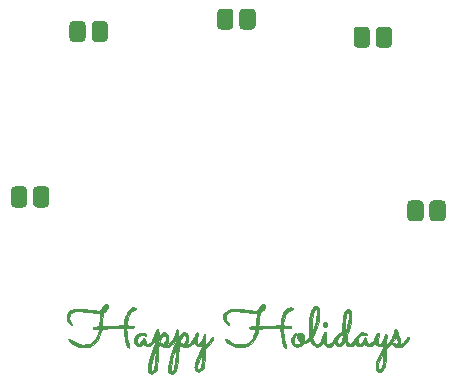
<source format=gbr>
G04 #@! TF.GenerationSoftware,KiCad,Pcbnew,(5.1.6)-1*
G04 #@! TF.CreationDate,2020-11-21T22:09:05+04:00*
G04 #@! TF.ProjectId,christmas-pcb-badge,63687269-7374-46d6-9173-2d7063622d62,rev?*
G04 #@! TF.SameCoordinates,Original*
G04 #@! TF.FileFunction,Soldermask,Top*
G04 #@! TF.FilePolarity,Negative*
%FSLAX46Y46*%
G04 Gerber Fmt 4.6, Leading zero omitted, Abs format (unit mm)*
G04 Created by KiCad (PCBNEW (5.1.6)-1) date 2020-11-21 22:09:05*
%MOMM*%
%LPD*%
G01*
G04 APERTURE LIST*
%ADD10C,0.010000*%
G04 APERTURE END LIST*
D10*
G04 #@! TO.C,G\u002A\u002A\u002A*
G36*
X147122850Y-109383319D02*
G01*
X147205610Y-109453969D01*
X147238980Y-109579736D01*
X147239000Y-109583334D01*
X147220519Y-109686570D01*
X147188200Y-109744200D01*
X147094393Y-109789900D01*
X146980070Y-109788794D01*
X146884829Y-109744627D01*
X146859490Y-109713117D01*
X146818570Y-109587457D01*
X146825308Y-109567083D01*
X146999385Y-109567083D01*
X147006167Y-109583334D01*
X147062246Y-109624086D01*
X147074664Y-109625667D01*
X147097615Y-109599584D01*
X147090834Y-109583334D01*
X147034754Y-109542581D01*
X147022337Y-109541000D01*
X146999385Y-109567083D01*
X146825308Y-109567083D01*
X146852190Y-109485808D01*
X146893084Y-109441728D01*
X147011681Y-109376376D01*
X147122850Y-109383319D01*
G37*
X147122850Y-109383319D02*
X147205610Y-109453969D01*
X147238980Y-109579736D01*
X147239000Y-109583334D01*
X147220519Y-109686570D01*
X147188200Y-109744200D01*
X147094393Y-109789900D01*
X146980070Y-109788794D01*
X146884829Y-109744627D01*
X146859490Y-109713117D01*
X146818570Y-109587457D01*
X146825308Y-109567083D01*
X146999385Y-109567083D01*
X147006167Y-109583334D01*
X147062246Y-109624086D01*
X147074664Y-109625667D01*
X147097615Y-109599584D01*
X147090834Y-109583334D01*
X147034754Y-109542581D01*
X147022337Y-109541000D01*
X146999385Y-109567083D01*
X146825308Y-109567083D01*
X146852190Y-109485808D01*
X146893084Y-109441728D01*
X147011681Y-109376376D01*
X147122850Y-109383319D01*
G36*
X128647341Y-107924692D02*
G01*
X128660947Y-107950378D01*
X128689545Y-108091466D01*
X128641750Y-108230427D01*
X128514552Y-108373995D01*
X128446623Y-108429738D01*
X128355728Y-108502680D01*
X128290190Y-108570083D01*
X128244677Y-108647868D01*
X128213859Y-108751957D01*
X128192406Y-108898271D01*
X128174988Y-109102732D01*
X128163168Y-109276417D01*
X128134563Y-109710334D01*
X128748061Y-109710334D01*
X129001229Y-109708355D01*
X129255801Y-109702945D01*
X129484534Y-109694893D01*
X129660185Y-109684989D01*
X129681435Y-109683294D01*
X130001311Y-109656255D01*
X130051076Y-109315906D01*
X130122236Y-108967113D01*
X130223922Y-108671055D01*
X130351948Y-108435016D01*
X130502126Y-108266279D01*
X130670268Y-108172130D01*
X130714918Y-108161045D01*
X130838705Y-108155527D01*
X130953929Y-108178269D01*
X131035729Y-108220799D01*
X131059246Y-108274645D01*
X131058261Y-108278052D01*
X131011096Y-108315341D01*
X130908404Y-108357362D01*
X130834199Y-108379036D01*
X130650692Y-108456759D01*
X130505848Y-108590553D01*
X130396013Y-108786795D01*
X130317532Y-109051861D01*
X130269666Y-109363993D01*
X130238042Y-109659962D01*
X130512065Y-109689307D01*
X130697283Y-109711798D01*
X130813093Y-109734439D01*
X130874614Y-109762259D01*
X130896965Y-109800287D01*
X130898334Y-109817787D01*
X130866437Y-109851380D01*
X130765831Y-109878401D01*
X130589140Y-109900693D01*
X130553675Y-109903913D01*
X130209017Y-109933978D01*
X130234761Y-110319572D01*
X130258526Y-110548162D01*
X130297592Y-110796919D01*
X130344114Y-111017000D01*
X130351067Y-111043834D01*
X130408504Y-111259907D01*
X130445746Y-111407336D01*
X130464577Y-111499238D01*
X130466780Y-111548733D01*
X130454139Y-111568940D01*
X130428436Y-111572978D01*
X130422996Y-111573000D01*
X130348277Y-111543846D01*
X130291232Y-111495772D01*
X130233269Y-111394274D01*
X130174828Y-111226397D01*
X130120057Y-111010304D01*
X130073104Y-110764156D01*
X130038120Y-110506115D01*
X130022433Y-110319147D01*
X129997207Y-109890793D01*
X129230687Y-109911607D01*
X128971736Y-109919876D01*
X128730792Y-109929848D01*
X128525277Y-109940630D01*
X128372617Y-109951326D01*
X128298835Y-109959449D01*
X128133502Y-109986477D01*
X128016586Y-110361538D01*
X127873724Y-110725316D01*
X127694071Y-111023260D01*
X127481319Y-111251284D01*
X127239164Y-111405299D01*
X127009930Y-111475492D01*
X126602357Y-111510661D01*
X126224261Y-111474698D01*
X125883306Y-111369051D01*
X125607602Y-111210514D01*
X125421249Y-111059456D01*
X125313208Y-110938025D01*
X125282819Y-110845320D01*
X125305889Y-110798511D01*
X125359044Y-110787217D01*
X125450941Y-110831366D01*
X125532061Y-110888358D01*
X125875091Y-111105730D01*
X126217776Y-111243473D01*
X126555554Y-111300236D01*
X126855218Y-111280302D01*
X127085668Y-111222507D01*
X127263566Y-111137198D01*
X127420246Y-111008315D01*
X127454187Y-110973362D01*
X127635766Y-110724340D01*
X127778692Y-110403043D01*
X127868505Y-110080750D01*
X127894280Y-109964334D01*
X127615203Y-109964334D01*
X127465197Y-109961592D01*
X127382692Y-109950187D01*
X127350610Y-109925342D01*
X127350201Y-109890250D01*
X127382004Y-109843195D01*
X127466798Y-109808440D01*
X127620182Y-109779684D01*
X127626084Y-109778837D01*
X127766254Y-109751221D01*
X127869090Y-109716699D01*
X127908675Y-109687343D01*
X127919173Y-109625676D01*
X127932254Y-109498247D01*
X127946227Y-109323855D01*
X127959013Y-109127930D01*
X127988566Y-108622682D01*
X127866533Y-108640219D01*
X127781602Y-108640466D01*
X127631808Y-108629145D01*
X127435883Y-108608109D01*
X127212563Y-108579210D01*
X127130667Y-108567473D01*
X126710926Y-108512040D01*
X126364507Y-108481362D01*
X126083497Y-108476325D01*
X125859988Y-108497812D01*
X125686067Y-108546710D01*
X125553825Y-108623901D01*
X125455350Y-108730271D01*
X125438001Y-108756754D01*
X125364310Y-108933441D01*
X125369855Y-109106269D01*
X125455569Y-109287896D01*
X125479667Y-109322615D01*
X125559446Y-109449025D01*
X125602996Y-109552005D01*
X125604504Y-109614577D01*
X125583398Y-109625667D01*
X125479954Y-109591660D01*
X125364720Y-109504764D01*
X125264072Y-109387664D01*
X125223270Y-109315943D01*
X125152051Y-109072538D01*
X125160866Y-108841528D01*
X125247807Y-108632511D01*
X125391169Y-108471220D01*
X125545753Y-108373647D01*
X125744163Y-108307851D01*
X125993476Y-108273359D01*
X126300767Y-108269699D01*
X126673113Y-108296397D01*
X127117590Y-108352980D01*
X127130667Y-108354919D01*
X127356136Y-108386759D01*
X127565187Y-108413200D01*
X127736563Y-108431760D01*
X127849006Y-108439955D01*
X127860204Y-108440139D01*
X127954963Y-108433847D01*
X128018272Y-108401954D01*
X128074366Y-108325369D01*
X128099693Y-108277561D01*
X128316000Y-108277561D01*
X128328643Y-108311067D01*
X128369725Y-108274601D01*
X128423518Y-108196917D01*
X128498440Y-108080500D01*
X128407220Y-108161145D01*
X128340987Y-108230936D01*
X128316000Y-108277561D01*
X128099693Y-108277561D01*
X128123384Y-108232843D01*
X128233319Y-108055235D01*
X128351358Y-107930006D01*
X128466825Y-107862766D01*
X128569044Y-107859125D01*
X128647341Y-107924692D01*
G37*
X128647341Y-107924692D02*
X128660947Y-107950378D01*
X128689545Y-108091466D01*
X128641750Y-108230427D01*
X128514552Y-108373995D01*
X128446623Y-108429738D01*
X128355728Y-108502680D01*
X128290190Y-108570083D01*
X128244677Y-108647868D01*
X128213859Y-108751957D01*
X128192406Y-108898271D01*
X128174988Y-109102732D01*
X128163168Y-109276417D01*
X128134563Y-109710334D01*
X128748061Y-109710334D01*
X129001229Y-109708355D01*
X129255801Y-109702945D01*
X129484534Y-109694893D01*
X129660185Y-109684989D01*
X129681435Y-109683294D01*
X130001311Y-109656255D01*
X130051076Y-109315906D01*
X130122236Y-108967113D01*
X130223922Y-108671055D01*
X130351948Y-108435016D01*
X130502126Y-108266279D01*
X130670268Y-108172130D01*
X130714918Y-108161045D01*
X130838705Y-108155527D01*
X130953929Y-108178269D01*
X131035729Y-108220799D01*
X131059246Y-108274645D01*
X131058261Y-108278052D01*
X131011096Y-108315341D01*
X130908404Y-108357362D01*
X130834199Y-108379036D01*
X130650692Y-108456759D01*
X130505848Y-108590553D01*
X130396013Y-108786795D01*
X130317532Y-109051861D01*
X130269666Y-109363993D01*
X130238042Y-109659962D01*
X130512065Y-109689307D01*
X130697283Y-109711798D01*
X130813093Y-109734439D01*
X130874614Y-109762259D01*
X130896965Y-109800287D01*
X130898334Y-109817787D01*
X130866437Y-109851380D01*
X130765831Y-109878401D01*
X130589140Y-109900693D01*
X130553675Y-109903913D01*
X130209017Y-109933978D01*
X130234761Y-110319572D01*
X130258526Y-110548162D01*
X130297592Y-110796919D01*
X130344114Y-111017000D01*
X130351067Y-111043834D01*
X130408504Y-111259907D01*
X130445746Y-111407336D01*
X130464577Y-111499238D01*
X130466780Y-111548733D01*
X130454139Y-111568940D01*
X130428436Y-111572978D01*
X130422996Y-111573000D01*
X130348277Y-111543846D01*
X130291232Y-111495772D01*
X130233269Y-111394274D01*
X130174828Y-111226397D01*
X130120057Y-111010304D01*
X130073104Y-110764156D01*
X130038120Y-110506115D01*
X130022433Y-110319147D01*
X129997207Y-109890793D01*
X129230687Y-109911607D01*
X128971736Y-109919876D01*
X128730792Y-109929848D01*
X128525277Y-109940630D01*
X128372617Y-109951326D01*
X128298835Y-109959449D01*
X128133502Y-109986477D01*
X128016586Y-110361538D01*
X127873724Y-110725316D01*
X127694071Y-111023260D01*
X127481319Y-111251284D01*
X127239164Y-111405299D01*
X127009930Y-111475492D01*
X126602357Y-111510661D01*
X126224261Y-111474698D01*
X125883306Y-111369051D01*
X125607602Y-111210514D01*
X125421249Y-111059456D01*
X125313208Y-110938025D01*
X125282819Y-110845320D01*
X125305889Y-110798511D01*
X125359044Y-110787217D01*
X125450941Y-110831366D01*
X125532061Y-110888358D01*
X125875091Y-111105730D01*
X126217776Y-111243473D01*
X126555554Y-111300236D01*
X126855218Y-111280302D01*
X127085668Y-111222507D01*
X127263566Y-111137198D01*
X127420246Y-111008315D01*
X127454187Y-110973362D01*
X127635766Y-110724340D01*
X127778692Y-110403043D01*
X127868505Y-110080750D01*
X127894280Y-109964334D01*
X127615203Y-109964334D01*
X127465197Y-109961592D01*
X127382692Y-109950187D01*
X127350610Y-109925342D01*
X127350201Y-109890250D01*
X127382004Y-109843195D01*
X127466798Y-109808440D01*
X127620182Y-109779684D01*
X127626084Y-109778837D01*
X127766254Y-109751221D01*
X127869090Y-109716699D01*
X127908675Y-109687343D01*
X127919173Y-109625676D01*
X127932254Y-109498247D01*
X127946227Y-109323855D01*
X127959013Y-109127930D01*
X127988566Y-108622682D01*
X127866533Y-108640219D01*
X127781602Y-108640466D01*
X127631808Y-108629145D01*
X127435883Y-108608109D01*
X127212563Y-108579210D01*
X127130667Y-108567473D01*
X126710926Y-108512040D01*
X126364507Y-108481362D01*
X126083497Y-108476325D01*
X125859988Y-108497812D01*
X125686067Y-108546710D01*
X125553825Y-108623901D01*
X125455350Y-108730271D01*
X125438001Y-108756754D01*
X125364310Y-108933441D01*
X125369855Y-109106269D01*
X125455569Y-109287896D01*
X125479667Y-109322615D01*
X125559446Y-109449025D01*
X125602996Y-109552005D01*
X125604504Y-109614577D01*
X125583398Y-109625667D01*
X125479954Y-109591660D01*
X125364720Y-109504764D01*
X125264072Y-109387664D01*
X125223270Y-109315943D01*
X125152051Y-109072538D01*
X125160866Y-108841528D01*
X125247807Y-108632511D01*
X125391169Y-108471220D01*
X125545753Y-108373647D01*
X125744163Y-108307851D01*
X125993476Y-108273359D01*
X126300767Y-108269699D01*
X126673113Y-108296397D01*
X127117590Y-108352980D01*
X127130667Y-108354919D01*
X127356136Y-108386759D01*
X127565187Y-108413200D01*
X127736563Y-108431760D01*
X127849006Y-108439955D01*
X127860204Y-108440139D01*
X127954963Y-108433847D01*
X128018272Y-108401954D01*
X128074366Y-108325369D01*
X128099693Y-108277561D01*
X128316000Y-108277561D01*
X128328643Y-108311067D01*
X128369725Y-108274601D01*
X128423518Y-108196917D01*
X128498440Y-108080500D01*
X128407220Y-108161145D01*
X128340987Y-108230936D01*
X128316000Y-108277561D01*
X128099693Y-108277561D01*
X128123384Y-108232843D01*
X128233319Y-108055235D01*
X128351358Y-107930006D01*
X128466825Y-107862766D01*
X128569044Y-107859125D01*
X128647341Y-107924692D01*
G36*
X132888539Y-110006834D02*
G01*
X132924773Y-110127559D01*
X132952381Y-110310590D01*
X132980925Y-110556529D01*
X133153749Y-110408598D01*
X133266058Y-110324624D01*
X133365038Y-110271023D01*
X133406403Y-110260667D01*
X133553534Y-110297991D01*
X133667074Y-110399935D01*
X133742108Y-110551454D01*
X133773718Y-110737505D01*
X133756989Y-110943044D01*
X133693474Y-111139084D01*
X133651548Y-111244154D01*
X133636798Y-111308965D01*
X133642243Y-111319000D01*
X133693068Y-111297131D01*
X133784696Y-111242175D01*
X133825257Y-111215321D01*
X134016240Y-111038969D01*
X134184475Y-110788418D01*
X134325086Y-110472231D01*
X134412858Y-110183931D01*
X134452819Y-110064861D01*
X134498752Y-110016443D01*
X134530763Y-110015007D01*
X134568710Y-110037783D01*
X134594384Y-110099562D01*
X134612045Y-110216479D01*
X134623667Y-110366909D01*
X134644834Y-110705167D01*
X134720972Y-110565711D01*
X134816480Y-110442171D01*
X134945945Y-110337119D01*
X135079590Y-110271940D01*
X135145507Y-110260825D01*
X135223120Y-110289155D01*
X135320447Y-110359816D01*
X135346590Y-110384410D01*
X135416529Y-110464198D01*
X135453815Y-110545073D01*
X135468365Y-110658019D01*
X135470334Y-110770997D01*
X135457711Y-110967908D01*
X135415331Y-111114464D01*
X135382214Y-111176420D01*
X135328829Y-111273321D01*
X135328845Y-111311816D01*
X135387142Y-111294436D01*
X135492563Y-111233676D01*
X135668265Y-111085959D01*
X135831488Y-110865523D01*
X135980734Y-110579658D01*
X136048403Y-110440486D01*
X136109028Y-110333213D01*
X136149732Y-110280574D01*
X136150367Y-110280165D01*
X136212412Y-110266715D01*
X136242390Y-110324633D01*
X136240635Y-110456344D01*
X136207480Y-110664275D01*
X136204989Y-110676790D01*
X136168336Y-110919188D01*
X136170985Y-111090147D01*
X136213716Y-111193624D01*
X136297305Y-111233573D01*
X136314566Y-111234334D01*
X136381302Y-111201791D01*
X136466649Y-111121889D01*
X136547987Y-111021221D01*
X136602698Y-110926376D01*
X136613334Y-110883104D01*
X136630121Y-110814417D01*
X136672004Y-110708697D01*
X136726263Y-110592519D01*
X136780177Y-110492458D01*
X136821027Y-110435087D01*
X136830213Y-110430000D01*
X136845022Y-110469502D01*
X136857024Y-110576707D01*
X136864890Y-110734663D01*
X136867334Y-110903046D01*
X136867334Y-111376092D01*
X136977750Y-111273463D01*
X137057567Y-111187588D01*
X137163040Y-111058824D01*
X137272083Y-110914203D01*
X137277799Y-110906250D01*
X137402753Y-110747504D01*
X137496997Y-110661715D01*
X137558646Y-110649889D01*
X137585815Y-110713032D01*
X137587000Y-110741149D01*
X137554258Y-110853969D01*
X137457437Y-111016500D01*
X137298643Y-111225649D01*
X137098766Y-111457541D01*
X136878657Y-111701915D01*
X136850200Y-112283041D01*
X136831437Y-112610866D01*
X136809217Y-112866804D01*
X136780579Y-113063635D01*
X136742561Y-113214137D01*
X136692199Y-113331090D01*
X136626534Y-113427272D01*
X136570888Y-113488073D01*
X136467494Y-113578517D01*
X136376645Y-113636220D01*
X136338914Y-113647334D01*
X136267368Y-113618988D01*
X136169534Y-113547204D01*
X136122267Y-113503400D01*
X136021087Y-113379652D01*
X135980870Y-113261450D01*
X135978334Y-113215961D01*
X135983763Y-113167409D01*
X136196134Y-113167409D01*
X136209956Y-113250743D01*
X136224074Y-113286279D01*
X136289677Y-113371474D01*
X136368478Y-113374692D01*
X136456357Y-113296829D01*
X136503869Y-113225290D01*
X136543084Y-113142006D01*
X136571189Y-113036855D01*
X136591081Y-112891955D01*
X136605656Y-112689424D01*
X136611994Y-112557739D01*
X136620253Y-112341215D01*
X136622258Y-112198431D01*
X136617161Y-112118636D01*
X136604112Y-112091075D01*
X136582261Y-112104997D01*
X136576761Y-112111811D01*
X136493197Y-112248020D01*
X136403037Y-112439974D01*
X136317706Y-112660693D01*
X136248630Y-112883197D01*
X136246209Y-112892354D01*
X136207728Y-113056675D01*
X136196134Y-113167409D01*
X135983763Y-113167409D01*
X136004233Y-112984360D01*
X136076906Y-112708331D01*
X136188817Y-112408397D01*
X136332427Y-112105081D01*
X136479807Y-111850462D01*
X136567602Y-111683288D01*
X136610838Y-111535366D01*
X136613334Y-111500406D01*
X136607599Y-111406431D01*
X136576015Y-111376811D01*
X136497011Y-111391343D01*
X136496917Y-111391368D01*
X136292880Y-111417085D01*
X136128017Y-111376612D01*
X136011367Y-111273438D01*
X135969974Y-111188089D01*
X135934290Y-111188003D01*
X135859444Y-111237115D01*
X135803297Y-111285991D01*
X135584648Y-111440230D01*
X135345472Y-111515676D01*
X135096811Y-111510609D01*
X134866286Y-111431913D01*
X134671223Y-111333160D01*
X134647389Y-111590663D01*
X134635079Y-111731359D01*
X134618519Y-111931288D01*
X134599757Y-112165254D01*
X134580838Y-112408056D01*
X134578331Y-112440834D01*
X134550363Y-112772456D01*
X134521065Y-113032401D01*
X134487231Y-113233639D01*
X134445656Y-113389138D01*
X134393134Y-113511868D01*
X134326462Y-113614797D01*
X134272331Y-113679084D01*
X134155005Y-113757598D01*
X134020861Y-113775485D01*
X133898904Y-113733151D01*
X133839541Y-113672978D01*
X133776510Y-113538578D01*
X133749646Y-113373240D01*
X133755424Y-113227528D01*
X133988774Y-113227528D01*
X133992718Y-113374091D01*
X134003133Y-113485019D01*
X134016889Y-113534445D01*
X134087246Y-113561985D01*
X134157623Y-113506519D01*
X134217329Y-113391415D01*
X134273501Y-113208010D01*
X134319228Y-112961784D01*
X134355417Y-112646113D01*
X134382980Y-112254376D01*
X134388595Y-112144500D01*
X134412903Y-111636500D01*
X134303098Y-111911667D01*
X134192960Y-112218527D01*
X134101143Y-112534856D01*
X134033306Y-112836955D01*
X133995113Y-113101124D01*
X133988774Y-113227528D01*
X133755424Y-113227528D01*
X133758062Y-113161007D01*
X133796909Y-112906828D01*
X133829127Y-112749751D01*
X133869090Y-112586838D01*
X133920909Y-112404779D01*
X133988701Y-112190265D01*
X134076577Y-111929986D01*
X134188653Y-111610632D01*
X134254983Y-111424834D01*
X134330502Y-111211872D01*
X134375881Y-111072281D01*
X134381435Y-111043834D01*
X134708806Y-111043834D01*
X134743161Y-111096060D01*
X134825138Y-111155884D01*
X134922151Y-111203792D01*
X135001612Y-111220272D01*
X135003178Y-111220102D01*
X135064609Y-111182543D01*
X135140992Y-111098335D01*
X135161928Y-111069030D01*
X135227720Y-110932661D01*
X135255254Y-110790669D01*
X135248194Y-110660245D01*
X135210207Y-110558582D01*
X135144958Y-110502870D01*
X135056112Y-110510301D01*
X135044068Y-110516236D01*
X134983966Y-110573086D01*
X134904079Y-110678358D01*
X134821070Y-110805829D01*
X134751602Y-110929275D01*
X134712340Y-111022473D01*
X134708806Y-111043834D01*
X134381435Y-111043834D01*
X134390013Y-110999900D01*
X134371792Y-110988566D01*
X134320114Y-111032118D01*
X134233870Y-111124394D01*
X134206489Y-111154676D01*
X134004289Y-111350603D01*
X133814586Y-111472237D01*
X133625532Y-111526377D01*
X133551108Y-111530667D01*
X133370885Y-111507335D01*
X133203833Y-111445207D01*
X133069677Y-111356083D01*
X132988142Y-111251762D01*
X132972667Y-111184621D01*
X132991959Y-111121153D01*
X133055310Y-111116272D01*
X133170930Y-111169809D01*
X133188696Y-111180144D01*
X133273318Y-111224369D01*
X133330605Y-111221799D01*
X133398539Y-111166192D01*
X133423329Y-111141580D01*
X133502393Y-111024254D01*
X133550586Y-110877425D01*
X133564091Y-110729135D01*
X133539088Y-110607426D01*
X133502812Y-110557812D01*
X133439024Y-110524885D01*
X133371287Y-110539623D01*
X133288978Y-110609583D01*
X133181471Y-110742324D01*
X133116167Y-110832872D01*
X132942167Y-111079626D01*
X132912139Y-111801540D01*
X132888499Y-112276382D01*
X132860303Y-112670389D01*
X132827192Y-112987288D01*
X132788802Y-113230808D01*
X132762418Y-113345733D01*
X132690563Y-113517644D01*
X132586088Y-113651799D01*
X132463632Y-113740316D01*
X132337833Y-113775314D01*
X132223329Y-113748911D01*
X132148407Y-113676333D01*
X132080632Y-113520870D01*
X132056112Y-113343309D01*
X132295514Y-113343309D01*
X132309552Y-113475260D01*
X132337461Y-113551251D01*
X132357858Y-113562667D01*
X132425547Y-113530219D01*
X132484417Y-113464937D01*
X132530637Y-113364578D01*
X132573482Y-113223811D01*
X132587914Y-113158021D01*
X132607941Y-113028350D01*
X132629640Y-112849348D01*
X132651549Y-112638589D01*
X132672205Y-112413646D01*
X132690146Y-112192092D01*
X132703911Y-111991502D01*
X132712037Y-111829449D01*
X132713061Y-111723507D01*
X132709701Y-111694313D01*
X132690708Y-111707808D01*
X132653633Y-111787147D01*
X132603704Y-111916777D01*
X132546149Y-112081148D01*
X132486195Y-112264707D01*
X132429070Y-112451903D01*
X132380001Y-112627185D01*
X132344217Y-112775001D01*
X132340656Y-112792167D01*
X132310663Y-112983716D01*
X132295750Y-113173445D01*
X132295514Y-113343309D01*
X132056112Y-113343309D01*
X132052702Y-113318616D01*
X132065360Y-113065385D01*
X132119351Y-112756990D01*
X132215419Y-112389244D01*
X132354306Y-111957959D01*
X132536758Y-111458947D01*
X132547133Y-111431897D01*
X132615581Y-111247367D01*
X132669098Y-111090668D01*
X132702062Y-110979151D01*
X132709358Y-110931240D01*
X132679952Y-110938917D01*
X132618390Y-111002284D01*
X132558565Y-111079642D01*
X132389524Y-111271327D01*
X132212478Y-111392961D01*
X132036223Y-111441601D01*
X131869559Y-111414304D01*
X131761059Y-111346511D01*
X131645396Y-111247022D01*
X131494115Y-111350065D01*
X131329652Y-111421945D01*
X131160793Y-111428495D01*
X131014545Y-111369256D01*
X131000693Y-111358451D01*
X130917369Y-111238530D01*
X130881126Y-111072359D01*
X130890632Y-110883146D01*
X130944557Y-110694098D01*
X131041569Y-110528426D01*
X131048817Y-110519633D01*
X131178258Y-110404938D01*
X131331978Y-110326715D01*
X131492996Y-110285731D01*
X131644330Y-110282754D01*
X131768999Y-110318551D01*
X131850020Y-110393888D01*
X131872000Y-110482452D01*
X131869990Y-110525619D01*
X131852389Y-110546733D01*
X131801843Y-110546255D01*
X131700997Y-110524644D01*
X131565082Y-110490588D01*
X131437285Y-110497955D01*
X131310739Y-110569821D01*
X131199480Y-110686988D01*
X131117547Y-110830261D01*
X131078976Y-110980442D01*
X131097806Y-111118335D01*
X131100884Y-111125397D01*
X131171122Y-111213822D01*
X131261767Y-111223835D01*
X131368315Y-111157944D01*
X131486262Y-111018655D01*
X131586297Y-110855156D01*
X131646718Y-110770487D01*
X131701271Y-110734831D01*
X131709729Y-110735743D01*
X131742069Y-110778404D01*
X131789684Y-110874372D01*
X131841283Y-110996560D01*
X131885577Y-111117883D01*
X131911276Y-111211256D01*
X131913141Y-111223750D01*
X131950434Y-111236395D01*
X132032879Y-111230026D01*
X132124334Y-111209290D01*
X132170926Y-111190612D01*
X132269744Y-111105093D01*
X132379941Y-110956894D01*
X132490431Y-110764965D01*
X132590124Y-110548260D01*
X132658614Y-110357045D01*
X132731060Y-110144174D01*
X132792791Y-110014966D01*
X132844914Y-109969244D01*
X132888539Y-110006834D01*
G37*
X132888539Y-110006834D02*
X132924773Y-110127559D01*
X132952381Y-110310590D01*
X132980925Y-110556529D01*
X133153749Y-110408598D01*
X133266058Y-110324624D01*
X133365038Y-110271023D01*
X133406403Y-110260667D01*
X133553534Y-110297991D01*
X133667074Y-110399935D01*
X133742108Y-110551454D01*
X133773718Y-110737505D01*
X133756989Y-110943044D01*
X133693474Y-111139084D01*
X133651548Y-111244154D01*
X133636798Y-111308965D01*
X133642243Y-111319000D01*
X133693068Y-111297131D01*
X133784696Y-111242175D01*
X133825257Y-111215321D01*
X134016240Y-111038969D01*
X134184475Y-110788418D01*
X134325086Y-110472231D01*
X134412858Y-110183931D01*
X134452819Y-110064861D01*
X134498752Y-110016443D01*
X134530763Y-110015007D01*
X134568710Y-110037783D01*
X134594384Y-110099562D01*
X134612045Y-110216479D01*
X134623667Y-110366909D01*
X134644834Y-110705167D01*
X134720972Y-110565711D01*
X134816480Y-110442171D01*
X134945945Y-110337119D01*
X135079590Y-110271940D01*
X135145507Y-110260825D01*
X135223120Y-110289155D01*
X135320447Y-110359816D01*
X135346590Y-110384410D01*
X135416529Y-110464198D01*
X135453815Y-110545073D01*
X135468365Y-110658019D01*
X135470334Y-110770997D01*
X135457711Y-110967908D01*
X135415331Y-111114464D01*
X135382214Y-111176420D01*
X135328829Y-111273321D01*
X135328845Y-111311816D01*
X135387142Y-111294436D01*
X135492563Y-111233676D01*
X135668265Y-111085959D01*
X135831488Y-110865523D01*
X135980734Y-110579658D01*
X136048403Y-110440486D01*
X136109028Y-110333213D01*
X136149732Y-110280574D01*
X136150367Y-110280165D01*
X136212412Y-110266715D01*
X136242390Y-110324633D01*
X136240635Y-110456344D01*
X136207480Y-110664275D01*
X136204989Y-110676790D01*
X136168336Y-110919188D01*
X136170985Y-111090147D01*
X136213716Y-111193624D01*
X136297305Y-111233573D01*
X136314566Y-111234334D01*
X136381302Y-111201791D01*
X136466649Y-111121889D01*
X136547987Y-111021221D01*
X136602698Y-110926376D01*
X136613334Y-110883104D01*
X136630121Y-110814417D01*
X136672004Y-110708697D01*
X136726263Y-110592519D01*
X136780177Y-110492458D01*
X136821027Y-110435087D01*
X136830213Y-110430000D01*
X136845022Y-110469502D01*
X136857024Y-110576707D01*
X136864890Y-110734663D01*
X136867334Y-110903046D01*
X136867334Y-111376092D01*
X136977750Y-111273463D01*
X137057567Y-111187588D01*
X137163040Y-111058824D01*
X137272083Y-110914203D01*
X137277799Y-110906250D01*
X137402753Y-110747504D01*
X137496997Y-110661715D01*
X137558646Y-110649889D01*
X137585815Y-110713032D01*
X137587000Y-110741149D01*
X137554258Y-110853969D01*
X137457437Y-111016500D01*
X137298643Y-111225649D01*
X137098766Y-111457541D01*
X136878657Y-111701915D01*
X136850200Y-112283041D01*
X136831437Y-112610866D01*
X136809217Y-112866804D01*
X136780579Y-113063635D01*
X136742561Y-113214137D01*
X136692199Y-113331090D01*
X136626534Y-113427272D01*
X136570888Y-113488073D01*
X136467494Y-113578517D01*
X136376645Y-113636220D01*
X136338914Y-113647334D01*
X136267368Y-113618988D01*
X136169534Y-113547204D01*
X136122267Y-113503400D01*
X136021087Y-113379652D01*
X135980870Y-113261450D01*
X135978334Y-113215961D01*
X135983763Y-113167409D01*
X136196134Y-113167409D01*
X136209956Y-113250743D01*
X136224074Y-113286279D01*
X136289677Y-113371474D01*
X136368478Y-113374692D01*
X136456357Y-113296829D01*
X136503869Y-113225290D01*
X136543084Y-113142006D01*
X136571189Y-113036855D01*
X136591081Y-112891955D01*
X136605656Y-112689424D01*
X136611994Y-112557739D01*
X136620253Y-112341215D01*
X136622258Y-112198431D01*
X136617161Y-112118636D01*
X136604112Y-112091075D01*
X136582261Y-112104997D01*
X136576761Y-112111811D01*
X136493197Y-112248020D01*
X136403037Y-112439974D01*
X136317706Y-112660693D01*
X136248630Y-112883197D01*
X136246209Y-112892354D01*
X136207728Y-113056675D01*
X136196134Y-113167409D01*
X135983763Y-113167409D01*
X136004233Y-112984360D01*
X136076906Y-112708331D01*
X136188817Y-112408397D01*
X136332427Y-112105081D01*
X136479807Y-111850462D01*
X136567602Y-111683288D01*
X136610838Y-111535366D01*
X136613334Y-111500406D01*
X136607599Y-111406431D01*
X136576015Y-111376811D01*
X136497011Y-111391343D01*
X136496917Y-111391368D01*
X136292880Y-111417085D01*
X136128017Y-111376612D01*
X136011367Y-111273438D01*
X135969974Y-111188089D01*
X135934290Y-111188003D01*
X135859444Y-111237115D01*
X135803297Y-111285991D01*
X135584648Y-111440230D01*
X135345472Y-111515676D01*
X135096811Y-111510609D01*
X134866286Y-111431913D01*
X134671223Y-111333160D01*
X134647389Y-111590663D01*
X134635079Y-111731359D01*
X134618519Y-111931288D01*
X134599757Y-112165254D01*
X134580838Y-112408056D01*
X134578331Y-112440834D01*
X134550363Y-112772456D01*
X134521065Y-113032401D01*
X134487231Y-113233639D01*
X134445656Y-113389138D01*
X134393134Y-113511868D01*
X134326462Y-113614797D01*
X134272331Y-113679084D01*
X134155005Y-113757598D01*
X134020861Y-113775485D01*
X133898904Y-113733151D01*
X133839541Y-113672978D01*
X133776510Y-113538578D01*
X133749646Y-113373240D01*
X133755424Y-113227528D01*
X133988774Y-113227528D01*
X133992718Y-113374091D01*
X134003133Y-113485019D01*
X134016889Y-113534445D01*
X134087246Y-113561985D01*
X134157623Y-113506519D01*
X134217329Y-113391415D01*
X134273501Y-113208010D01*
X134319228Y-112961784D01*
X134355417Y-112646113D01*
X134382980Y-112254376D01*
X134388595Y-112144500D01*
X134412903Y-111636500D01*
X134303098Y-111911667D01*
X134192960Y-112218527D01*
X134101143Y-112534856D01*
X134033306Y-112836955D01*
X133995113Y-113101124D01*
X133988774Y-113227528D01*
X133755424Y-113227528D01*
X133758062Y-113161007D01*
X133796909Y-112906828D01*
X133829127Y-112749751D01*
X133869090Y-112586838D01*
X133920909Y-112404779D01*
X133988701Y-112190265D01*
X134076577Y-111929986D01*
X134188653Y-111610632D01*
X134254983Y-111424834D01*
X134330502Y-111211872D01*
X134375881Y-111072281D01*
X134381435Y-111043834D01*
X134708806Y-111043834D01*
X134743161Y-111096060D01*
X134825138Y-111155884D01*
X134922151Y-111203792D01*
X135001612Y-111220272D01*
X135003178Y-111220102D01*
X135064609Y-111182543D01*
X135140992Y-111098335D01*
X135161928Y-111069030D01*
X135227720Y-110932661D01*
X135255254Y-110790669D01*
X135248194Y-110660245D01*
X135210207Y-110558582D01*
X135144958Y-110502870D01*
X135056112Y-110510301D01*
X135044068Y-110516236D01*
X134983966Y-110573086D01*
X134904079Y-110678358D01*
X134821070Y-110805829D01*
X134751602Y-110929275D01*
X134712340Y-111022473D01*
X134708806Y-111043834D01*
X134381435Y-111043834D01*
X134390013Y-110999900D01*
X134371792Y-110988566D01*
X134320114Y-111032118D01*
X134233870Y-111124394D01*
X134206489Y-111154676D01*
X134004289Y-111350603D01*
X133814586Y-111472237D01*
X133625532Y-111526377D01*
X133551108Y-111530667D01*
X133370885Y-111507335D01*
X133203833Y-111445207D01*
X133069677Y-111356083D01*
X132988142Y-111251762D01*
X132972667Y-111184621D01*
X132991959Y-111121153D01*
X133055310Y-111116272D01*
X133170930Y-111169809D01*
X133188696Y-111180144D01*
X133273318Y-111224369D01*
X133330605Y-111221799D01*
X133398539Y-111166192D01*
X133423329Y-111141580D01*
X133502393Y-111024254D01*
X133550586Y-110877425D01*
X133564091Y-110729135D01*
X133539088Y-110607426D01*
X133502812Y-110557812D01*
X133439024Y-110524885D01*
X133371287Y-110539623D01*
X133288978Y-110609583D01*
X133181471Y-110742324D01*
X133116167Y-110832872D01*
X132942167Y-111079626D01*
X132912139Y-111801540D01*
X132888499Y-112276382D01*
X132860303Y-112670389D01*
X132827192Y-112987288D01*
X132788802Y-113230808D01*
X132762418Y-113345733D01*
X132690563Y-113517644D01*
X132586088Y-113651799D01*
X132463632Y-113740316D01*
X132337833Y-113775314D01*
X132223329Y-113748911D01*
X132148407Y-113676333D01*
X132080632Y-113520870D01*
X132056112Y-113343309D01*
X132295514Y-113343309D01*
X132309552Y-113475260D01*
X132337461Y-113551251D01*
X132357858Y-113562667D01*
X132425547Y-113530219D01*
X132484417Y-113464937D01*
X132530637Y-113364578D01*
X132573482Y-113223811D01*
X132587914Y-113158021D01*
X132607941Y-113028350D01*
X132629640Y-112849348D01*
X132651549Y-112638589D01*
X132672205Y-112413646D01*
X132690146Y-112192092D01*
X132703911Y-111991502D01*
X132712037Y-111829449D01*
X132713061Y-111723507D01*
X132709701Y-111694313D01*
X132690708Y-111707808D01*
X132653633Y-111787147D01*
X132603704Y-111916777D01*
X132546149Y-112081148D01*
X132486195Y-112264707D01*
X132429070Y-112451903D01*
X132380001Y-112627185D01*
X132344217Y-112775001D01*
X132340656Y-112792167D01*
X132310663Y-112983716D01*
X132295750Y-113173445D01*
X132295514Y-113343309D01*
X132056112Y-113343309D01*
X132052702Y-113318616D01*
X132065360Y-113065385D01*
X132119351Y-112756990D01*
X132215419Y-112389244D01*
X132354306Y-111957959D01*
X132536758Y-111458947D01*
X132547133Y-111431897D01*
X132615581Y-111247367D01*
X132669098Y-111090668D01*
X132702062Y-110979151D01*
X132709358Y-110931240D01*
X132679952Y-110938917D01*
X132618390Y-111002284D01*
X132558565Y-111079642D01*
X132389524Y-111271327D01*
X132212478Y-111392961D01*
X132036223Y-111441601D01*
X131869559Y-111414304D01*
X131761059Y-111346511D01*
X131645396Y-111247022D01*
X131494115Y-111350065D01*
X131329652Y-111421945D01*
X131160793Y-111428495D01*
X131014545Y-111369256D01*
X131000693Y-111358451D01*
X130917369Y-111238530D01*
X130881126Y-111072359D01*
X130890632Y-110883146D01*
X130944557Y-110694098D01*
X131041569Y-110528426D01*
X131048817Y-110519633D01*
X131178258Y-110404938D01*
X131331978Y-110326715D01*
X131492996Y-110285731D01*
X131644330Y-110282754D01*
X131768999Y-110318551D01*
X131850020Y-110393888D01*
X131872000Y-110482452D01*
X131869990Y-110525619D01*
X131852389Y-110546733D01*
X131801843Y-110546255D01*
X131700997Y-110524644D01*
X131565082Y-110490588D01*
X131437285Y-110497955D01*
X131310739Y-110569821D01*
X131199480Y-110686988D01*
X131117547Y-110830261D01*
X131078976Y-110980442D01*
X131097806Y-111118335D01*
X131100884Y-111125397D01*
X131171122Y-111213822D01*
X131261767Y-111223835D01*
X131368315Y-111157944D01*
X131486262Y-111018655D01*
X131586297Y-110855156D01*
X131646718Y-110770487D01*
X131701271Y-110734831D01*
X131709729Y-110735743D01*
X131742069Y-110778404D01*
X131789684Y-110874372D01*
X131841283Y-110996560D01*
X131885577Y-111117883D01*
X131911276Y-111211256D01*
X131913141Y-111223750D01*
X131950434Y-111236395D01*
X132032879Y-111230026D01*
X132124334Y-111209290D01*
X132170926Y-111190612D01*
X132269744Y-111105093D01*
X132379941Y-110956894D01*
X132490431Y-110764965D01*
X132590124Y-110548260D01*
X132658614Y-110357045D01*
X132731060Y-110144174D01*
X132792791Y-110014966D01*
X132844914Y-109969244D01*
X132888539Y-110006834D01*
G36*
X146358580Y-108047532D02*
G01*
X146467631Y-108158269D01*
X146498808Y-108214830D01*
X146533738Y-108304967D01*
X146553002Y-108407226D01*
X146558500Y-108543734D01*
X146552135Y-108736617D01*
X146548848Y-108797372D01*
X146526107Y-109060803D01*
X146485793Y-109306522D01*
X146422203Y-109555820D01*
X146329637Y-109829989D01*
X146202391Y-110150322D01*
X146159058Y-110252858D01*
X145959211Y-110720961D01*
X146027446Y-110921222D01*
X146111372Y-111118827D01*
X146203255Y-111234296D01*
X146308069Y-111270107D01*
X146430791Y-111228737D01*
X146517942Y-111165508D01*
X146676120Y-110982860D01*
X146799968Y-110736346D01*
X146875203Y-110472334D01*
X146907924Y-110335180D01*
X146944420Y-110261392D01*
X146997054Y-110230109D01*
X147021573Y-110225341D01*
X147121645Y-110211181D01*
X147094172Y-110627507D01*
X147084892Y-110879139D01*
X147097561Y-111058688D01*
X147135294Y-111176615D01*
X147201211Y-111243385D01*
X147285069Y-111268140D01*
X147396899Y-111244804D01*
X147524814Y-111148128D01*
X147672261Y-110975093D01*
X147700587Y-110934960D01*
X148053994Y-110934960D01*
X148063756Y-111095650D01*
X148087156Y-111152450D01*
X148158123Y-111224198D01*
X148250197Y-111214060D01*
X148363086Y-111122069D01*
X148363143Y-111122008D01*
X148442436Y-111005513D01*
X148509522Y-110853437D01*
X148554668Y-110695959D01*
X148568139Y-110563259D01*
X148559299Y-110513805D01*
X148534499Y-110462746D01*
X148496164Y-110454249D01*
X148417596Y-110486927D01*
X148382100Y-110504597D01*
X148222250Y-110619480D01*
X148109853Y-110769585D01*
X148053994Y-110934960D01*
X147700587Y-110934960D01*
X147758199Y-110853334D01*
X147948756Y-110599858D01*
X148132322Y-110420031D01*
X148318558Y-110304490D01*
X148329084Y-110299808D01*
X148509000Y-110221342D01*
X148509000Y-109710442D01*
X148721320Y-109710442D01*
X148723120Y-109902617D01*
X148730379Y-110062661D01*
X148743159Y-110173518D01*
X148761521Y-110218132D01*
X148763000Y-110218334D01*
X148804230Y-110203275D01*
X148805334Y-110198863D01*
X148814958Y-110152134D01*
X148840907Y-110041705D01*
X148878795Y-109885970D01*
X148908798Y-109764946D01*
X148982836Y-109430207D01*
X149029458Y-109133656D01*
X149047568Y-108886750D01*
X149036066Y-108700949D01*
X149017459Y-108630834D01*
X148968090Y-108503834D01*
X148891208Y-108598221D01*
X148843139Y-108689783D01*
X148796546Y-108831460D01*
X148767496Y-108961522D01*
X148748068Y-109111674D01*
X148733855Y-109297915D01*
X148724919Y-109503189D01*
X148721320Y-109710442D01*
X148509000Y-109710442D01*
X148509000Y-109698446D01*
X148521512Y-109299752D01*
X148558065Y-108960807D01*
X148617185Y-108685670D01*
X148697395Y-108478401D01*
X148797221Y-108343056D01*
X148915189Y-108283696D01*
X149019727Y-108293032D01*
X149126286Y-108357097D01*
X149196527Y-108475432D01*
X149233882Y-108657090D01*
X149242248Y-108879798D01*
X149229517Y-109172307D01*
X149194366Y-109455777D01*
X149132226Y-109755061D01*
X149038528Y-110095012D01*
X148990163Y-110251185D01*
X148914357Y-110508448D01*
X148872917Y-110704652D01*
X148865633Y-110856024D01*
X148892294Y-110978788D01*
X148952690Y-111089172D01*
X148978852Y-111124206D01*
X149059798Y-111200761D01*
X149136279Y-111234273D01*
X149138768Y-111234334D01*
X149226415Y-111197143D01*
X149345062Y-111089520D01*
X149489132Y-110917391D01*
X149649569Y-110691889D01*
X149818197Y-110472407D01*
X149980783Y-110333117D01*
X150144934Y-110270653D01*
X150318258Y-110281648D01*
X150456334Y-110334816D01*
X150553261Y-110400267D01*
X150600572Y-110465499D01*
X150592621Y-110513452D01*
X150523759Y-110527063D01*
X150519834Y-110526671D01*
X150314849Y-110508385D01*
X150172813Y-110508731D01*
X150073311Y-110531543D01*
X149995929Y-110580654D01*
X149941760Y-110635222D01*
X149853698Y-110763147D01*
X149822952Y-110904822D01*
X149821982Y-110949251D01*
X149834095Y-111112895D01*
X149873200Y-111202879D01*
X149945646Y-111227655D01*
X150018700Y-111211043D01*
X150122528Y-111139494D01*
X150222612Y-110994934D01*
X150247313Y-110947651D01*
X150312449Y-110822333D01*
X150365744Y-110728701D01*
X150389583Y-110694307D01*
X150433866Y-110695013D01*
X150484178Y-110752826D01*
X150525039Y-110842964D01*
X150541000Y-110936672D01*
X150570752Y-111073464D01*
X150647087Y-111180402D01*
X150750627Y-111232637D01*
X150773152Y-111234334D01*
X150878249Y-111194103D01*
X151001483Y-111076184D01*
X151139313Y-110884730D01*
X151280613Y-110638403D01*
X151381150Y-110456885D01*
X151458126Y-110344531D01*
X151520083Y-110292159D01*
X151575562Y-110290588D01*
X151595097Y-110300382D01*
X151621849Y-110335291D01*
X151618286Y-110401982D01*
X151582083Y-110519672D01*
X151561927Y-110574715D01*
X151493853Y-110804018D01*
X151473307Y-110993104D01*
X151499127Y-111133226D01*
X151570153Y-111215639D01*
X151649533Y-111234334D01*
X151726975Y-111195795D01*
X151814922Y-111090441D01*
X151903622Y-110933663D01*
X151983321Y-110740854D01*
X152006102Y-110671562D01*
X152053641Y-110533124D01*
X152095027Y-110460687D01*
X152141955Y-110437489D01*
X152168566Y-110438729D01*
X152205066Y-110444396D01*
X152229469Y-110458125D01*
X152242860Y-110493423D01*
X152246328Y-110563799D01*
X152240960Y-110682761D01*
X152227842Y-110863819D01*
X152215562Y-111022667D01*
X152187795Y-111382500D01*
X152383693Y-111173681D01*
X152553420Y-110962111D01*
X152698799Y-110723147D01*
X152804299Y-110485265D01*
X152848450Y-110321552D01*
X152878691Y-110160263D01*
X152907535Y-110065640D01*
X152944133Y-110020343D01*
X152997633Y-110007030D01*
X153014599Y-110006667D01*
X153078626Y-110019803D01*
X153114599Y-110073974D01*
X153136917Y-110186584D01*
X153167157Y-110324029D01*
X153219847Y-110496088D01*
X153269672Y-110630242D01*
X153339642Y-110840695D01*
X153372796Y-111029744D01*
X153367544Y-111179529D01*
X153326534Y-111268200D01*
X153297575Y-111310059D01*
X153328636Y-111319000D01*
X153454342Y-111283260D01*
X153599514Y-111186075D01*
X153747338Y-111042503D01*
X153881000Y-110867597D01*
X153936281Y-110774921D01*
X154001171Y-110686047D01*
X154065889Y-110642543D01*
X154073865Y-110641667D01*
X154125540Y-110674780D01*
X154136937Y-110758007D01*
X154108405Y-110867179D01*
X154069577Y-110939164D01*
X153970318Y-111068328D01*
X153841339Y-111210186D01*
X153705548Y-111341828D01*
X153585854Y-111440346D01*
X153538186Y-111470562D01*
X153377301Y-111519959D01*
X153190625Y-111525264D01*
X153005519Y-111491192D01*
X152849343Y-111422458D01*
X152756807Y-111335893D01*
X152714642Y-111234619D01*
X152741497Y-111177813D01*
X152829929Y-111173581D01*
X152889321Y-111191552D01*
X153000625Y-111214058D01*
X153100066Y-111176011D01*
X153107881Y-111170982D01*
X153175924Y-111116140D01*
X153200832Y-111054573D01*
X153183482Y-110963999D01*
X153124755Y-110822137D01*
X153121891Y-110815814D01*
X153037640Y-110630128D01*
X152875046Y-110881693D01*
X152764118Y-111038093D01*
X152621640Y-111218348D01*
X152476104Y-111386621D01*
X152458167Y-111406046D01*
X152203882Y-111678834D01*
X152174804Y-112335000D01*
X152155663Y-112668289D01*
X152129195Y-112929535D01*
X152092175Y-113131263D01*
X152041382Y-113286000D01*
X151973591Y-113406268D01*
X151885580Y-113504593D01*
X151870281Y-113518360D01*
X151739550Y-113614376D01*
X151633159Y-113639016D01*
X151529842Y-113592237D01*
X151448504Y-113517541D01*
X151378788Y-113435746D01*
X151342522Y-113356440D01*
X151330327Y-113248255D01*
X151331319Y-113137949D01*
X151526347Y-113137949D01*
X151548316Y-113285138D01*
X151550710Y-113290601D01*
X151615551Y-113372893D01*
X151694535Y-113373746D01*
X151782999Y-113294276D01*
X151829863Y-113223862D01*
X151868765Y-113144467D01*
X151895285Y-113050471D01*
X151912198Y-112923116D01*
X151922282Y-112743646D01*
X151926947Y-112567834D01*
X151937085Y-112059834D01*
X151770273Y-112392260D01*
X151639277Y-112683521D01*
X151557318Y-112934746D01*
X151526347Y-113137949D01*
X151331319Y-113137949D01*
X151331427Y-113125958D01*
X151372357Y-112816108D01*
X151480296Y-112478162D01*
X151657793Y-112104219D01*
X151666249Y-112088634D01*
X151750690Y-111933329D01*
X151827107Y-111792169D01*
X151879673Y-111694396D01*
X151881631Y-111690721D01*
X151930573Y-111567774D01*
X151966401Y-111425184D01*
X151967984Y-111415555D01*
X151993069Y-111255500D01*
X151898653Y-111339205D01*
X151758379Y-111412868D01*
X151596671Y-111423828D01*
X151444751Y-111373939D01*
X151364038Y-111307455D01*
X151291275Y-111231105D01*
X151241056Y-111192983D01*
X151236536Y-111192000D01*
X151190467Y-111217592D01*
X151106779Y-111282239D01*
X151063699Y-111319000D01*
X150894825Y-111423525D01*
X150724733Y-111447248D01*
X150563302Y-111389939D01*
X150490685Y-111332520D01*
X150372237Y-111219039D01*
X150276702Y-111308215D01*
X150133440Y-111397152D01*
X149972195Y-111429375D01*
X149817187Y-111406389D01*
X149692638Y-111329701D01*
X149647967Y-111269130D01*
X149616041Y-111221851D01*
X149577803Y-111220525D01*
X149509055Y-111269434D01*
X149472054Y-111300267D01*
X149359881Y-111383119D01*
X149254008Y-111443778D01*
X149238087Y-111450466D01*
X149106146Y-111459308D01*
X148963757Y-111404859D01*
X148836291Y-111300546D01*
X148767710Y-111201539D01*
X148691622Y-111053228D01*
X148575776Y-111205109D01*
X148429313Y-111345566D01*
X148263369Y-111419496D01*
X148095603Y-111420342D01*
X148042252Y-111403219D01*
X147946734Y-111342691D01*
X147893722Y-111272114D01*
X147856145Y-111203699D01*
X147801581Y-111208020D01*
X147721811Y-111281172D01*
X147587657Y-111393140D01*
X147427677Y-111474745D01*
X147272611Y-111512730D01*
X147193815Y-111508874D01*
X147091780Y-111458288D01*
X146991287Y-111366921D01*
X146919332Y-111263553D01*
X146900334Y-111196048D01*
X146879340Y-111151681D01*
X146827335Y-111171179D01*
X146760778Y-111248301D01*
X146760206Y-111249172D01*
X146653817Y-111353137D01*
X146500276Y-111437860D01*
X146337097Y-111484496D01*
X146284131Y-111488334D01*
X146184238Y-111456115D01*
X146066627Y-111374498D01*
X145954761Y-111266044D01*
X145872103Y-111153311D01*
X145842000Y-111063218D01*
X145829406Y-111000690D01*
X145782628Y-110986136D01*
X145688179Y-111019655D01*
X145599057Y-111065000D01*
X145473914Y-111119333D01*
X145361031Y-111148229D01*
X145339758Y-111149667D01*
X145249610Y-111177365D01*
X145135040Y-111248013D01*
X145077073Y-111295441D01*
X144883671Y-111426527D01*
X144687807Y-111480981D01*
X144501683Y-111460426D01*
X144337500Y-111366487D01*
X144207458Y-111200786D01*
X144195730Y-111178184D01*
X144137682Y-111050363D01*
X144117321Y-110957601D01*
X144129744Y-110861782D01*
X144147050Y-110799703D01*
X144206087Y-110669101D01*
X144296961Y-110537335D01*
X144400669Y-110426152D01*
X144498205Y-110357302D01*
X144544102Y-110345334D01*
X144617128Y-110365047D01*
X144622948Y-110426423D01*
X144561093Y-110532815D01*
X144508513Y-110599318D01*
X144408367Y-110740729D01*
X144365348Y-110866457D01*
X144360982Y-110931422D01*
X144373171Y-111073283D01*
X144420883Y-111164434D01*
X144523073Y-111237192D01*
X144548138Y-111250529D01*
X144646431Y-111290244D01*
X144727669Y-111281082D01*
X144787903Y-111253309D01*
X144897862Y-111183550D01*
X144931083Y-111115800D01*
X144892489Y-111029703D01*
X144853839Y-110980542D01*
X144740319Y-110806304D01*
X144685674Y-110633361D01*
X144686757Y-110599613D01*
X144900547Y-110599613D01*
X144910271Y-110640288D01*
X144947377Y-110748396D01*
X144981347Y-110820205D01*
X145011781Y-110839390D01*
X145028414Y-110799600D01*
X145029525Y-110725657D01*
X145013395Y-110642387D01*
X144996502Y-110601517D01*
X144939180Y-110524757D01*
X144902606Y-110526185D01*
X144900547Y-110599613D01*
X144686757Y-110599613D01*
X144690673Y-110477597D01*
X144756084Y-110354897D01*
X144821202Y-110305568D01*
X144937754Y-110283779D01*
X145049138Y-110333636D01*
X145144921Y-110442282D01*
X145214665Y-110596859D01*
X145247935Y-110784512D01*
X145249334Y-110833024D01*
X145264017Y-110939174D01*
X145311550Y-110976544D01*
X145397158Y-110945072D01*
X145526063Y-110844691D01*
X145543104Y-110829446D01*
X145710119Y-110678558D01*
X145686155Y-110099196D01*
X145682856Y-109798632D01*
X145903413Y-109798632D01*
X145905083Y-109982158D01*
X145913828Y-110120545D01*
X145929244Y-110200207D01*
X145948358Y-110210603D01*
X145969040Y-110167735D01*
X146012406Y-110065476D01*
X146070275Y-109923276D01*
X146090147Y-109873455D01*
X146180664Y-109612566D01*
X146253326Y-109338001D01*
X146306436Y-109064669D01*
X146338294Y-108807481D01*
X146347205Y-108581345D01*
X146331469Y-108401170D01*
X146289389Y-108281866D01*
X146273616Y-108262349D01*
X146208120Y-108238231D01*
X146143750Y-108292199D01*
X146082626Y-108417678D01*
X146026867Y-108608094D01*
X145978591Y-108856872D01*
X145939918Y-109157436D01*
X145922902Y-109350500D01*
X145909218Y-109583551D01*
X145903413Y-109798632D01*
X145682856Y-109798632D01*
X145680948Y-109624856D01*
X145705207Y-109193715D01*
X145757580Y-108814580D01*
X145836713Y-108496260D01*
X145941251Y-108247564D01*
X145980681Y-108182885D01*
X146100955Y-108058967D01*
X146231638Y-108014140D01*
X146358580Y-108047532D01*
G37*
X146358580Y-108047532D02*
X146467631Y-108158269D01*
X146498808Y-108214830D01*
X146533738Y-108304967D01*
X146553002Y-108407226D01*
X146558500Y-108543734D01*
X146552135Y-108736617D01*
X146548848Y-108797372D01*
X146526107Y-109060803D01*
X146485793Y-109306522D01*
X146422203Y-109555820D01*
X146329637Y-109829989D01*
X146202391Y-110150322D01*
X146159058Y-110252858D01*
X145959211Y-110720961D01*
X146027446Y-110921222D01*
X146111372Y-111118827D01*
X146203255Y-111234296D01*
X146308069Y-111270107D01*
X146430791Y-111228737D01*
X146517942Y-111165508D01*
X146676120Y-110982860D01*
X146799968Y-110736346D01*
X146875203Y-110472334D01*
X146907924Y-110335180D01*
X146944420Y-110261392D01*
X146997054Y-110230109D01*
X147021573Y-110225341D01*
X147121645Y-110211181D01*
X147094172Y-110627507D01*
X147084892Y-110879139D01*
X147097561Y-111058688D01*
X147135294Y-111176615D01*
X147201211Y-111243385D01*
X147285069Y-111268140D01*
X147396899Y-111244804D01*
X147524814Y-111148128D01*
X147672261Y-110975093D01*
X147700587Y-110934960D01*
X148053994Y-110934960D01*
X148063756Y-111095650D01*
X148087156Y-111152450D01*
X148158123Y-111224198D01*
X148250197Y-111214060D01*
X148363086Y-111122069D01*
X148363143Y-111122008D01*
X148442436Y-111005513D01*
X148509522Y-110853437D01*
X148554668Y-110695959D01*
X148568139Y-110563259D01*
X148559299Y-110513805D01*
X148534499Y-110462746D01*
X148496164Y-110454249D01*
X148417596Y-110486927D01*
X148382100Y-110504597D01*
X148222250Y-110619480D01*
X148109853Y-110769585D01*
X148053994Y-110934960D01*
X147700587Y-110934960D01*
X147758199Y-110853334D01*
X147948756Y-110599858D01*
X148132322Y-110420031D01*
X148318558Y-110304490D01*
X148329084Y-110299808D01*
X148509000Y-110221342D01*
X148509000Y-109710442D01*
X148721320Y-109710442D01*
X148723120Y-109902617D01*
X148730379Y-110062661D01*
X148743159Y-110173518D01*
X148761521Y-110218132D01*
X148763000Y-110218334D01*
X148804230Y-110203275D01*
X148805334Y-110198863D01*
X148814958Y-110152134D01*
X148840907Y-110041705D01*
X148878795Y-109885970D01*
X148908798Y-109764946D01*
X148982836Y-109430207D01*
X149029458Y-109133656D01*
X149047568Y-108886750D01*
X149036066Y-108700949D01*
X149017459Y-108630834D01*
X148968090Y-108503834D01*
X148891208Y-108598221D01*
X148843139Y-108689783D01*
X148796546Y-108831460D01*
X148767496Y-108961522D01*
X148748068Y-109111674D01*
X148733855Y-109297915D01*
X148724919Y-109503189D01*
X148721320Y-109710442D01*
X148509000Y-109710442D01*
X148509000Y-109698446D01*
X148521512Y-109299752D01*
X148558065Y-108960807D01*
X148617185Y-108685670D01*
X148697395Y-108478401D01*
X148797221Y-108343056D01*
X148915189Y-108283696D01*
X149019727Y-108293032D01*
X149126286Y-108357097D01*
X149196527Y-108475432D01*
X149233882Y-108657090D01*
X149242248Y-108879798D01*
X149229517Y-109172307D01*
X149194366Y-109455777D01*
X149132226Y-109755061D01*
X149038528Y-110095012D01*
X148990163Y-110251185D01*
X148914357Y-110508448D01*
X148872917Y-110704652D01*
X148865633Y-110856024D01*
X148892294Y-110978788D01*
X148952690Y-111089172D01*
X148978852Y-111124206D01*
X149059798Y-111200761D01*
X149136279Y-111234273D01*
X149138768Y-111234334D01*
X149226415Y-111197143D01*
X149345062Y-111089520D01*
X149489132Y-110917391D01*
X149649569Y-110691889D01*
X149818197Y-110472407D01*
X149980783Y-110333117D01*
X150144934Y-110270653D01*
X150318258Y-110281648D01*
X150456334Y-110334816D01*
X150553261Y-110400267D01*
X150600572Y-110465499D01*
X150592621Y-110513452D01*
X150523759Y-110527063D01*
X150519834Y-110526671D01*
X150314849Y-110508385D01*
X150172813Y-110508731D01*
X150073311Y-110531543D01*
X149995929Y-110580654D01*
X149941760Y-110635222D01*
X149853698Y-110763147D01*
X149822952Y-110904822D01*
X149821982Y-110949251D01*
X149834095Y-111112895D01*
X149873200Y-111202879D01*
X149945646Y-111227655D01*
X150018700Y-111211043D01*
X150122528Y-111139494D01*
X150222612Y-110994934D01*
X150247313Y-110947651D01*
X150312449Y-110822333D01*
X150365744Y-110728701D01*
X150389583Y-110694307D01*
X150433866Y-110695013D01*
X150484178Y-110752826D01*
X150525039Y-110842964D01*
X150541000Y-110936672D01*
X150570752Y-111073464D01*
X150647087Y-111180402D01*
X150750627Y-111232637D01*
X150773152Y-111234334D01*
X150878249Y-111194103D01*
X151001483Y-111076184D01*
X151139313Y-110884730D01*
X151280613Y-110638403D01*
X151381150Y-110456885D01*
X151458126Y-110344531D01*
X151520083Y-110292159D01*
X151575562Y-110290588D01*
X151595097Y-110300382D01*
X151621849Y-110335291D01*
X151618286Y-110401982D01*
X151582083Y-110519672D01*
X151561927Y-110574715D01*
X151493853Y-110804018D01*
X151473307Y-110993104D01*
X151499127Y-111133226D01*
X151570153Y-111215639D01*
X151649533Y-111234334D01*
X151726975Y-111195795D01*
X151814922Y-111090441D01*
X151903622Y-110933663D01*
X151983321Y-110740854D01*
X152006102Y-110671562D01*
X152053641Y-110533124D01*
X152095027Y-110460687D01*
X152141955Y-110437489D01*
X152168566Y-110438729D01*
X152205066Y-110444396D01*
X152229469Y-110458125D01*
X152242860Y-110493423D01*
X152246328Y-110563799D01*
X152240960Y-110682761D01*
X152227842Y-110863819D01*
X152215562Y-111022667D01*
X152187795Y-111382500D01*
X152383693Y-111173681D01*
X152553420Y-110962111D01*
X152698799Y-110723147D01*
X152804299Y-110485265D01*
X152848450Y-110321552D01*
X152878691Y-110160263D01*
X152907535Y-110065640D01*
X152944133Y-110020343D01*
X152997633Y-110007030D01*
X153014599Y-110006667D01*
X153078626Y-110019803D01*
X153114599Y-110073974D01*
X153136917Y-110186584D01*
X153167157Y-110324029D01*
X153219847Y-110496088D01*
X153269672Y-110630242D01*
X153339642Y-110840695D01*
X153372796Y-111029744D01*
X153367544Y-111179529D01*
X153326534Y-111268200D01*
X153297575Y-111310059D01*
X153328636Y-111319000D01*
X153454342Y-111283260D01*
X153599514Y-111186075D01*
X153747338Y-111042503D01*
X153881000Y-110867597D01*
X153936281Y-110774921D01*
X154001171Y-110686047D01*
X154065889Y-110642543D01*
X154073865Y-110641667D01*
X154125540Y-110674780D01*
X154136937Y-110758007D01*
X154108405Y-110867179D01*
X154069577Y-110939164D01*
X153970318Y-111068328D01*
X153841339Y-111210186D01*
X153705548Y-111341828D01*
X153585854Y-111440346D01*
X153538186Y-111470562D01*
X153377301Y-111519959D01*
X153190625Y-111525264D01*
X153005519Y-111491192D01*
X152849343Y-111422458D01*
X152756807Y-111335893D01*
X152714642Y-111234619D01*
X152741497Y-111177813D01*
X152829929Y-111173581D01*
X152889321Y-111191552D01*
X153000625Y-111214058D01*
X153100066Y-111176011D01*
X153107881Y-111170982D01*
X153175924Y-111116140D01*
X153200832Y-111054573D01*
X153183482Y-110963999D01*
X153124755Y-110822137D01*
X153121891Y-110815814D01*
X153037640Y-110630128D01*
X152875046Y-110881693D01*
X152764118Y-111038093D01*
X152621640Y-111218348D01*
X152476104Y-111386621D01*
X152458167Y-111406046D01*
X152203882Y-111678834D01*
X152174804Y-112335000D01*
X152155663Y-112668289D01*
X152129195Y-112929535D01*
X152092175Y-113131263D01*
X152041382Y-113286000D01*
X151973591Y-113406268D01*
X151885580Y-113504593D01*
X151870281Y-113518360D01*
X151739550Y-113614376D01*
X151633159Y-113639016D01*
X151529842Y-113592237D01*
X151448504Y-113517541D01*
X151378788Y-113435746D01*
X151342522Y-113356440D01*
X151330327Y-113248255D01*
X151331319Y-113137949D01*
X151526347Y-113137949D01*
X151548316Y-113285138D01*
X151550710Y-113290601D01*
X151615551Y-113372893D01*
X151694535Y-113373746D01*
X151782999Y-113294276D01*
X151829863Y-113223862D01*
X151868765Y-113144467D01*
X151895285Y-113050471D01*
X151912198Y-112923116D01*
X151922282Y-112743646D01*
X151926947Y-112567834D01*
X151937085Y-112059834D01*
X151770273Y-112392260D01*
X151639277Y-112683521D01*
X151557318Y-112934746D01*
X151526347Y-113137949D01*
X151331319Y-113137949D01*
X151331427Y-113125958D01*
X151372357Y-112816108D01*
X151480296Y-112478162D01*
X151657793Y-112104219D01*
X151666249Y-112088634D01*
X151750690Y-111933329D01*
X151827107Y-111792169D01*
X151879673Y-111694396D01*
X151881631Y-111690721D01*
X151930573Y-111567774D01*
X151966401Y-111425184D01*
X151967984Y-111415555D01*
X151993069Y-111255500D01*
X151898653Y-111339205D01*
X151758379Y-111412868D01*
X151596671Y-111423828D01*
X151444751Y-111373939D01*
X151364038Y-111307455D01*
X151291275Y-111231105D01*
X151241056Y-111192983D01*
X151236536Y-111192000D01*
X151190467Y-111217592D01*
X151106779Y-111282239D01*
X151063699Y-111319000D01*
X150894825Y-111423525D01*
X150724733Y-111447248D01*
X150563302Y-111389939D01*
X150490685Y-111332520D01*
X150372237Y-111219039D01*
X150276702Y-111308215D01*
X150133440Y-111397152D01*
X149972195Y-111429375D01*
X149817187Y-111406389D01*
X149692638Y-111329701D01*
X149647967Y-111269130D01*
X149616041Y-111221851D01*
X149577803Y-111220525D01*
X149509055Y-111269434D01*
X149472054Y-111300267D01*
X149359881Y-111383119D01*
X149254008Y-111443778D01*
X149238087Y-111450466D01*
X149106146Y-111459308D01*
X148963757Y-111404859D01*
X148836291Y-111300546D01*
X148767710Y-111201539D01*
X148691622Y-111053228D01*
X148575776Y-111205109D01*
X148429313Y-111345566D01*
X148263369Y-111419496D01*
X148095603Y-111420342D01*
X148042252Y-111403219D01*
X147946734Y-111342691D01*
X147893722Y-111272114D01*
X147856145Y-111203699D01*
X147801581Y-111208020D01*
X147721811Y-111281172D01*
X147587657Y-111393140D01*
X147427677Y-111474745D01*
X147272611Y-111512730D01*
X147193815Y-111508874D01*
X147091780Y-111458288D01*
X146991287Y-111366921D01*
X146919332Y-111263553D01*
X146900334Y-111196048D01*
X146879340Y-111151681D01*
X146827335Y-111171179D01*
X146760778Y-111248301D01*
X146760206Y-111249172D01*
X146653817Y-111353137D01*
X146500276Y-111437860D01*
X146337097Y-111484496D01*
X146284131Y-111488334D01*
X146184238Y-111456115D01*
X146066627Y-111374498D01*
X145954761Y-111266044D01*
X145872103Y-111153311D01*
X145842000Y-111063218D01*
X145829406Y-111000690D01*
X145782628Y-110986136D01*
X145688179Y-111019655D01*
X145599057Y-111065000D01*
X145473914Y-111119333D01*
X145361031Y-111148229D01*
X145339758Y-111149667D01*
X145249610Y-111177365D01*
X145135040Y-111248013D01*
X145077073Y-111295441D01*
X144883671Y-111426527D01*
X144687807Y-111480981D01*
X144501683Y-111460426D01*
X144337500Y-111366487D01*
X144207458Y-111200786D01*
X144195730Y-111178184D01*
X144137682Y-111050363D01*
X144117321Y-110957601D01*
X144129744Y-110861782D01*
X144147050Y-110799703D01*
X144206087Y-110669101D01*
X144296961Y-110537335D01*
X144400669Y-110426152D01*
X144498205Y-110357302D01*
X144544102Y-110345334D01*
X144617128Y-110365047D01*
X144622948Y-110426423D01*
X144561093Y-110532815D01*
X144508513Y-110599318D01*
X144408367Y-110740729D01*
X144365348Y-110866457D01*
X144360982Y-110931422D01*
X144373171Y-111073283D01*
X144420883Y-111164434D01*
X144523073Y-111237192D01*
X144548138Y-111250529D01*
X144646431Y-111290244D01*
X144727669Y-111281082D01*
X144787903Y-111253309D01*
X144897862Y-111183550D01*
X144931083Y-111115800D01*
X144892489Y-111029703D01*
X144853839Y-110980542D01*
X144740319Y-110806304D01*
X144685674Y-110633361D01*
X144686757Y-110599613D01*
X144900547Y-110599613D01*
X144910271Y-110640288D01*
X144947377Y-110748396D01*
X144981347Y-110820205D01*
X145011781Y-110839390D01*
X145028414Y-110799600D01*
X145029525Y-110725657D01*
X145013395Y-110642387D01*
X144996502Y-110601517D01*
X144939180Y-110524757D01*
X144902606Y-110526185D01*
X144900547Y-110599613D01*
X144686757Y-110599613D01*
X144690673Y-110477597D01*
X144756084Y-110354897D01*
X144821202Y-110305568D01*
X144937754Y-110283779D01*
X145049138Y-110333636D01*
X145144921Y-110442282D01*
X145214665Y-110596859D01*
X145247935Y-110784512D01*
X145249334Y-110833024D01*
X145264017Y-110939174D01*
X145311550Y-110976544D01*
X145397158Y-110945072D01*
X145526063Y-110844691D01*
X145543104Y-110829446D01*
X145710119Y-110678558D01*
X145686155Y-110099196D01*
X145682856Y-109798632D01*
X145903413Y-109798632D01*
X145905083Y-109982158D01*
X145913828Y-110120545D01*
X145929244Y-110200207D01*
X145948358Y-110210603D01*
X145969040Y-110167735D01*
X146012406Y-110065476D01*
X146070275Y-109923276D01*
X146090147Y-109873455D01*
X146180664Y-109612566D01*
X146253326Y-109338001D01*
X146306436Y-109064669D01*
X146338294Y-108807481D01*
X146347205Y-108581345D01*
X146331469Y-108401170D01*
X146289389Y-108281866D01*
X146273616Y-108262349D01*
X146208120Y-108238231D01*
X146143750Y-108292199D01*
X146082626Y-108417678D01*
X146026867Y-108608094D01*
X145978591Y-108856872D01*
X145939918Y-109157436D01*
X145922902Y-109350500D01*
X145909218Y-109583551D01*
X145903413Y-109798632D01*
X145682856Y-109798632D01*
X145680948Y-109624856D01*
X145705207Y-109193715D01*
X145757580Y-108814580D01*
X145836713Y-108496260D01*
X145941251Y-108247564D01*
X145980681Y-108182885D01*
X146100955Y-108058967D01*
X146231638Y-108014140D01*
X146358580Y-108047532D01*
G36*
X141856878Y-107886902D02*
G01*
X141935441Y-107953178D01*
X141963673Y-107998520D01*
X141963191Y-108070300D01*
X141935066Y-108173043D01*
X141891825Y-108274771D01*
X141845991Y-108343505D01*
X141823783Y-108355667D01*
X141778070Y-108381942D01*
X141694535Y-108448803D01*
X141642234Y-108495179D01*
X141584275Y-108549959D01*
X141541008Y-108601740D01*
X141509030Y-108664255D01*
X141484935Y-108751235D01*
X141465321Y-108876412D01*
X141446783Y-109053516D01*
X141425918Y-109296280D01*
X141417097Y-109403417D01*
X141391873Y-109710334D01*
X142040020Y-109705385D01*
X142421601Y-109699745D01*
X142724375Y-109688900D01*
X142954077Y-109672277D01*
X143116441Y-109649303D01*
X143217200Y-109619404D01*
X143261457Y-109583334D01*
X143283032Y-109512114D01*
X143310483Y-109383379D01*
X143338257Y-109223506D01*
X143341141Y-109204842D01*
X143400612Y-108931947D01*
X143489351Y-108675153D01*
X143597909Y-108457081D01*
X143716833Y-108300352D01*
X143720579Y-108296722D01*
X143847441Y-108212184D01*
X143999276Y-108162659D01*
X144147795Y-108152649D01*
X144264711Y-108186652D01*
X144289503Y-108206217D01*
X144339347Y-108275290D01*
X144320133Y-108322465D01*
X144225704Y-108354646D01*
X144145538Y-108367651D01*
X143948683Y-108435076D01*
X143784777Y-108573829D01*
X143703560Y-108696211D01*
X143656326Y-108814397D01*
X143603748Y-108988549D01*
X143553104Y-109190913D01*
X143511672Y-109393734D01*
X143497182Y-109483182D01*
X143471900Y-109658197D01*
X143754161Y-109688425D01*
X143941833Y-109711078D01*
X144059911Y-109733527D01*
X144123320Y-109760575D01*
X144146986Y-109797026D01*
X144148667Y-109815404D01*
X144108490Y-109862708D01*
X143995472Y-109897754D01*
X143820878Y-109917993D01*
X143677709Y-109922000D01*
X143587263Y-109921854D01*
X143525776Y-109930177D01*
X143489541Y-109960107D01*
X143474854Y-110024786D01*
X143478008Y-110137351D01*
X143495298Y-110310944D01*
X143516013Y-110495361D01*
X143545720Y-110705877D01*
X143585815Y-110916618D01*
X143629101Y-111091312D01*
X143643013Y-111135320D01*
X143688155Y-111282885D01*
X143718056Y-111411975D01*
X143725334Y-111473794D01*
X143701364Y-111553636D01*
X143642432Y-111568212D01*
X143568002Y-111517110D01*
X143537963Y-111477750D01*
X143472487Y-111336332D01*
X143410219Y-111122242D01*
X143353975Y-110847475D01*
X143306572Y-110524025D01*
X143299073Y-110460477D01*
X143277020Y-110273947D01*
X143256886Y-110116615D01*
X143241386Y-110009035D01*
X143234916Y-109974917D01*
X143206159Y-109954150D01*
X143127535Y-109939143D01*
X142990332Y-109929265D01*
X142785837Y-109923885D01*
X142509579Y-109922368D01*
X142254291Y-109924050D01*
X142011728Y-109928453D01*
X141801888Y-109935012D01*
X141644770Y-109943161D01*
X141584351Y-109948551D01*
X141369534Y-109974366D01*
X141316361Y-110233933D01*
X141206951Y-110604669D01*
X141044103Y-110918398D01*
X140831552Y-111170169D01*
X140573033Y-111355031D01*
X140418736Y-111424157D01*
X140133300Y-111495022D01*
X139828683Y-111511927D01*
X139521750Y-111479180D01*
X139229365Y-111401086D01*
X138968393Y-111281952D01*
X138755697Y-111126084D01*
X138624245Y-110965932D01*
X138578637Y-110853592D01*
X138596206Y-110791002D01*
X138665247Y-110788400D01*
X138761635Y-110845746D01*
X138983696Y-111016612D01*
X139169854Y-111136083D01*
X139343743Y-111212959D01*
X139528998Y-111256044D01*
X139749253Y-111274137D01*
X139918777Y-111276667D01*
X140238814Y-111243578D01*
X140507606Y-111143564D01*
X140727180Y-110975506D01*
X140899567Y-110738282D01*
X140901946Y-110733931D01*
X140967569Y-110594608D01*
X141029264Y-110431838D01*
X141080402Y-110268054D01*
X141114354Y-110125690D01*
X141124493Y-110027177D01*
X141118446Y-110001186D01*
X141066745Y-109980766D01*
X140957912Y-109967383D01*
X140864006Y-109964334D01*
X140714298Y-109956472D01*
X140632456Y-109930246D01*
X140607275Y-109899008D01*
X140596265Y-109839664D01*
X140628286Y-109801758D01*
X140717414Y-109777894D01*
X140869260Y-109761373D01*
X141005666Y-109744164D01*
X141095431Y-109708937D01*
X141150424Y-109639566D01*
X141182517Y-109519926D01*
X141203582Y-109333891D01*
X141206149Y-109303750D01*
X141222249Y-109118742D01*
X141239185Y-108935410D01*
X141250788Y-108818009D01*
X141260659Y-108700237D01*
X141249663Y-108646122D01*
X141205805Y-108635121D01*
X141148148Y-108642215D01*
X141063450Y-108642542D01*
X140913586Y-108631251D01*
X140716983Y-108610175D01*
X140492067Y-108581146D01*
X140396237Y-108567414D01*
X139960428Y-108510931D01*
X139595088Y-108480282D01*
X139302826Y-108475526D01*
X139086253Y-108496720D01*
X138961886Y-108536075D01*
X138769533Y-108669714D01*
X138657842Y-108826426D01*
X138627770Y-109002394D01*
X138680276Y-109193801D01*
X138762712Y-109329570D01*
X138861716Y-109481004D01*
X138896137Y-109578501D01*
X138866140Y-109622681D01*
X138841543Y-109625667D01*
X138737276Y-109588329D01*
X138625659Y-109490329D01*
X138521627Y-109352683D01*
X138440117Y-109196411D01*
X138396065Y-109042528D01*
X138392263Y-108993449D01*
X138423583Y-108836685D01*
X138508067Y-108664688D01*
X138627743Y-108508140D01*
X138727733Y-108420738D01*
X138884178Y-108332441D01*
X139061309Y-108275387D01*
X139272315Y-108248448D01*
X139530382Y-108250496D01*
X139848697Y-108280403D01*
X140049655Y-108307647D01*
X140301159Y-108343007D01*
X140552745Y-108375881D01*
X140778412Y-108403028D01*
X140952159Y-108421208D01*
X140980989Y-108423696D01*
X141291167Y-108448863D01*
X141382367Y-108271000D01*
X141574378Y-108271000D01*
X141615207Y-108243180D01*
X141672167Y-108186334D01*
X141721055Y-108125008D01*
X141727622Y-108101667D01*
X141686793Y-108129487D01*
X141629834Y-108186334D01*
X141580945Y-108247659D01*
X141574378Y-108271000D01*
X141382367Y-108271000D01*
X141418167Y-108201181D01*
X141536549Y-108013270D01*
X141658616Y-107900030D01*
X141779417Y-107865006D01*
X141856878Y-107886902D01*
G37*
X141856878Y-107886902D02*
X141935441Y-107953178D01*
X141963673Y-107998520D01*
X141963191Y-108070300D01*
X141935066Y-108173043D01*
X141891825Y-108274771D01*
X141845991Y-108343505D01*
X141823783Y-108355667D01*
X141778070Y-108381942D01*
X141694535Y-108448803D01*
X141642234Y-108495179D01*
X141584275Y-108549959D01*
X141541008Y-108601740D01*
X141509030Y-108664255D01*
X141484935Y-108751235D01*
X141465321Y-108876412D01*
X141446783Y-109053516D01*
X141425918Y-109296280D01*
X141417097Y-109403417D01*
X141391873Y-109710334D01*
X142040020Y-109705385D01*
X142421601Y-109699745D01*
X142724375Y-109688900D01*
X142954077Y-109672277D01*
X143116441Y-109649303D01*
X143217200Y-109619404D01*
X143261457Y-109583334D01*
X143283032Y-109512114D01*
X143310483Y-109383379D01*
X143338257Y-109223506D01*
X143341141Y-109204842D01*
X143400612Y-108931947D01*
X143489351Y-108675153D01*
X143597909Y-108457081D01*
X143716833Y-108300352D01*
X143720579Y-108296722D01*
X143847441Y-108212184D01*
X143999276Y-108162659D01*
X144147795Y-108152649D01*
X144264711Y-108186652D01*
X144289503Y-108206217D01*
X144339347Y-108275290D01*
X144320133Y-108322465D01*
X144225704Y-108354646D01*
X144145538Y-108367651D01*
X143948683Y-108435076D01*
X143784777Y-108573829D01*
X143703560Y-108696211D01*
X143656326Y-108814397D01*
X143603748Y-108988549D01*
X143553104Y-109190913D01*
X143511672Y-109393734D01*
X143497182Y-109483182D01*
X143471900Y-109658197D01*
X143754161Y-109688425D01*
X143941833Y-109711078D01*
X144059911Y-109733527D01*
X144123320Y-109760575D01*
X144146986Y-109797026D01*
X144148667Y-109815404D01*
X144108490Y-109862708D01*
X143995472Y-109897754D01*
X143820878Y-109917993D01*
X143677709Y-109922000D01*
X143587263Y-109921854D01*
X143525776Y-109930177D01*
X143489541Y-109960107D01*
X143474854Y-110024786D01*
X143478008Y-110137351D01*
X143495298Y-110310944D01*
X143516013Y-110495361D01*
X143545720Y-110705877D01*
X143585815Y-110916618D01*
X143629101Y-111091312D01*
X143643013Y-111135320D01*
X143688155Y-111282885D01*
X143718056Y-111411975D01*
X143725334Y-111473794D01*
X143701364Y-111553636D01*
X143642432Y-111568212D01*
X143568002Y-111517110D01*
X143537963Y-111477750D01*
X143472487Y-111336332D01*
X143410219Y-111122242D01*
X143353975Y-110847475D01*
X143306572Y-110524025D01*
X143299073Y-110460477D01*
X143277020Y-110273947D01*
X143256886Y-110116615D01*
X143241386Y-110009035D01*
X143234916Y-109974917D01*
X143206159Y-109954150D01*
X143127535Y-109939143D01*
X142990332Y-109929265D01*
X142785837Y-109923885D01*
X142509579Y-109922368D01*
X142254291Y-109924050D01*
X142011728Y-109928453D01*
X141801888Y-109935012D01*
X141644770Y-109943161D01*
X141584351Y-109948551D01*
X141369534Y-109974366D01*
X141316361Y-110233933D01*
X141206951Y-110604669D01*
X141044103Y-110918398D01*
X140831552Y-111170169D01*
X140573033Y-111355031D01*
X140418736Y-111424157D01*
X140133300Y-111495022D01*
X139828683Y-111511927D01*
X139521750Y-111479180D01*
X139229365Y-111401086D01*
X138968393Y-111281952D01*
X138755697Y-111126084D01*
X138624245Y-110965932D01*
X138578637Y-110853592D01*
X138596206Y-110791002D01*
X138665247Y-110788400D01*
X138761635Y-110845746D01*
X138983696Y-111016612D01*
X139169854Y-111136083D01*
X139343743Y-111212959D01*
X139528998Y-111256044D01*
X139749253Y-111274137D01*
X139918777Y-111276667D01*
X140238814Y-111243578D01*
X140507606Y-111143564D01*
X140727180Y-110975506D01*
X140899567Y-110738282D01*
X140901946Y-110733931D01*
X140967569Y-110594608D01*
X141029264Y-110431838D01*
X141080402Y-110268054D01*
X141114354Y-110125690D01*
X141124493Y-110027177D01*
X141118446Y-110001186D01*
X141066745Y-109980766D01*
X140957912Y-109967383D01*
X140864006Y-109964334D01*
X140714298Y-109956472D01*
X140632456Y-109930246D01*
X140607275Y-109899008D01*
X140596265Y-109839664D01*
X140628286Y-109801758D01*
X140717414Y-109777894D01*
X140869260Y-109761373D01*
X141005666Y-109744164D01*
X141095431Y-109708937D01*
X141150424Y-109639566D01*
X141182517Y-109519926D01*
X141203582Y-109333891D01*
X141206149Y-109303750D01*
X141222249Y-109118742D01*
X141239185Y-108935410D01*
X141250788Y-108818009D01*
X141260659Y-108700237D01*
X141249663Y-108646122D01*
X141205805Y-108635121D01*
X141148148Y-108642215D01*
X141063450Y-108642542D01*
X140913586Y-108631251D01*
X140716983Y-108610175D01*
X140492067Y-108581146D01*
X140396237Y-108567414D01*
X139960428Y-108510931D01*
X139595088Y-108480282D01*
X139302826Y-108475526D01*
X139086253Y-108496720D01*
X138961886Y-108536075D01*
X138769533Y-108669714D01*
X138657842Y-108826426D01*
X138627770Y-109002394D01*
X138680276Y-109193801D01*
X138762712Y-109329570D01*
X138861716Y-109481004D01*
X138896137Y-109578501D01*
X138866140Y-109622681D01*
X138841543Y-109625667D01*
X138737276Y-109588329D01*
X138625659Y-109490329D01*
X138521627Y-109352683D01*
X138440117Y-109196411D01*
X138396065Y-109042528D01*
X138392263Y-108993449D01*
X138423583Y-108836685D01*
X138508067Y-108664688D01*
X138627743Y-108508140D01*
X138727733Y-108420738D01*
X138884178Y-108332441D01*
X139061309Y-108275387D01*
X139272315Y-108248448D01*
X139530382Y-108250496D01*
X139848697Y-108280403D01*
X140049655Y-108307647D01*
X140301159Y-108343007D01*
X140552745Y-108375881D01*
X140778412Y-108403028D01*
X140952159Y-108421208D01*
X140980989Y-108423696D01*
X141291167Y-108448863D01*
X141382367Y-108271000D01*
X141574378Y-108271000D01*
X141615207Y-108243180D01*
X141672167Y-108186334D01*
X141721055Y-108125008D01*
X141727622Y-108101667D01*
X141686793Y-108129487D01*
X141629834Y-108186334D01*
X141580945Y-108247659D01*
X141574378Y-108271000D01*
X141382367Y-108271000D01*
X141418167Y-108201181D01*
X141536549Y-108013270D01*
X141658616Y-107900030D01*
X141779417Y-107865006D01*
X141856878Y-107886902D01*
G04 #@! TD*
G04 #@! TO.C,R3*
G36*
G01*
X139775000Y-84306250D02*
X139775000Y-83193750D01*
G75*
G02*
X140118750Y-82850000I343750J0D01*
G01*
X140806250Y-82850000D01*
G75*
G02*
X141150000Y-83193750I0J-343750D01*
G01*
X141150000Y-84306250D01*
G75*
G02*
X140806250Y-84650000I-343750J0D01*
G01*
X140118750Y-84650000D01*
G75*
G02*
X139775000Y-84306250I0J343750D01*
G01*
G37*
G36*
G01*
X137900000Y-84306250D02*
X137900000Y-83193750D01*
G75*
G02*
X138243750Y-82850000I343750J0D01*
G01*
X138931250Y-82850000D01*
G75*
G02*
X139275000Y-83193750I0J-343750D01*
G01*
X139275000Y-84306250D01*
G75*
G02*
X138931250Y-84650000I-343750J0D01*
G01*
X138243750Y-84650000D01*
G75*
G02*
X137900000Y-84306250I0J343750D01*
G01*
G37*
G04 #@! TD*
G04 #@! TO.C,R5*
G36*
G01*
X154000000Y-100531250D02*
X154000000Y-99418750D01*
G75*
G02*
X154343750Y-99075000I343750J0D01*
G01*
X155031250Y-99075000D01*
G75*
G02*
X155375000Y-99418750I0J-343750D01*
G01*
X155375000Y-100531250D01*
G75*
G02*
X155031250Y-100875000I-343750J0D01*
G01*
X154343750Y-100875000D01*
G75*
G02*
X154000000Y-100531250I0J343750D01*
G01*
G37*
G36*
G01*
X155875000Y-100531250D02*
X155875000Y-99418750D01*
G75*
G02*
X156218750Y-99075000I343750J0D01*
G01*
X156906250Y-99075000D01*
G75*
G02*
X157250000Y-99418750I0J-343750D01*
G01*
X157250000Y-100531250D01*
G75*
G02*
X156906250Y-100875000I-343750J0D01*
G01*
X156218750Y-100875000D01*
G75*
G02*
X155875000Y-100531250I0J343750D01*
G01*
G37*
G04 #@! TD*
G04 #@! TO.C,R4*
G36*
G01*
X149450000Y-85831250D02*
X149450000Y-84718750D01*
G75*
G02*
X149793750Y-84375000I343750J0D01*
G01*
X150481250Y-84375000D01*
G75*
G02*
X150825000Y-84718750I0J-343750D01*
G01*
X150825000Y-85831250D01*
G75*
G02*
X150481250Y-86175000I-343750J0D01*
G01*
X149793750Y-86175000D01*
G75*
G02*
X149450000Y-85831250I0J343750D01*
G01*
G37*
G36*
G01*
X151325000Y-85831250D02*
X151325000Y-84718750D01*
G75*
G02*
X151668750Y-84375000I343750J0D01*
G01*
X152356250Y-84375000D01*
G75*
G02*
X152700000Y-84718750I0J-343750D01*
G01*
X152700000Y-85831250D01*
G75*
G02*
X152356250Y-86175000I-343750J0D01*
G01*
X151668750Y-86175000D01*
G75*
G02*
X151325000Y-85831250I0J343750D01*
G01*
G37*
G04 #@! TD*
G04 #@! TO.C,R1*
G36*
G01*
X120437500Y-99356250D02*
X120437500Y-98243750D01*
G75*
G02*
X120781250Y-97900000I343750J0D01*
G01*
X121468750Y-97900000D01*
G75*
G02*
X121812500Y-98243750I0J-343750D01*
G01*
X121812500Y-99356250D01*
G75*
G02*
X121468750Y-99700000I-343750J0D01*
G01*
X120781250Y-99700000D01*
G75*
G02*
X120437500Y-99356250I0J343750D01*
G01*
G37*
G36*
G01*
X122312500Y-99356250D02*
X122312500Y-98243750D01*
G75*
G02*
X122656250Y-97900000I343750J0D01*
G01*
X123343750Y-97900000D01*
G75*
G02*
X123687500Y-98243750I0J-343750D01*
G01*
X123687500Y-99356250D01*
G75*
G02*
X123343750Y-99700000I-343750J0D01*
G01*
X122656250Y-99700000D01*
G75*
G02*
X122312500Y-99356250I0J343750D01*
G01*
G37*
G04 #@! TD*
G04 #@! TO.C,R2*
G36*
G01*
X127262500Y-85356250D02*
X127262500Y-84243750D01*
G75*
G02*
X127606250Y-83900000I343750J0D01*
G01*
X128293750Y-83900000D01*
G75*
G02*
X128637500Y-84243750I0J-343750D01*
G01*
X128637500Y-85356250D01*
G75*
G02*
X128293750Y-85700000I-343750J0D01*
G01*
X127606250Y-85700000D01*
G75*
G02*
X127262500Y-85356250I0J343750D01*
G01*
G37*
G36*
G01*
X125387500Y-85356250D02*
X125387500Y-84243750D01*
G75*
G02*
X125731250Y-83900000I343750J0D01*
G01*
X126418750Y-83900000D01*
G75*
G02*
X126762500Y-84243750I0J-343750D01*
G01*
X126762500Y-85356250D01*
G75*
G02*
X126418750Y-85700000I-343750J0D01*
G01*
X125731250Y-85700000D01*
G75*
G02*
X125387500Y-85356250I0J343750D01*
G01*
G37*
G04 #@! TD*
M02*

</source>
